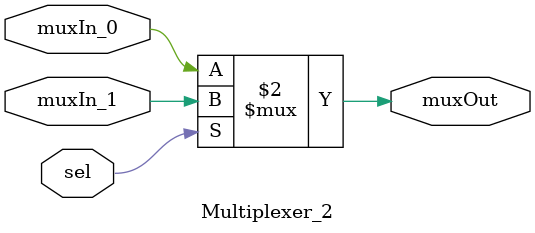
<source format=v>
/******************************************************************************
 **                                                                          **
 ** Component : Multiplexer_2                                                **
 **                                                                          **
 ** Refactored 03.12.2023 Ronny Hansen                                       **
 *****************************************************************************/
/* */

module Multiplexer_2( input muxIn_0,
                      input muxIn_1,                      
                      input sel,
                      output reg muxOut
                      );
   
   /*******************************************************************************
   ** The module functionality is described here                                 **
   *******************************************************************************/
    
     // Logic for the 4-to-1 multiplexer
    assign muxOut = (sel == 2'b00) ? muxIn_0 :
                     muxIn_1 ; // Default case for select == 1'b1


endmodule

</source>
